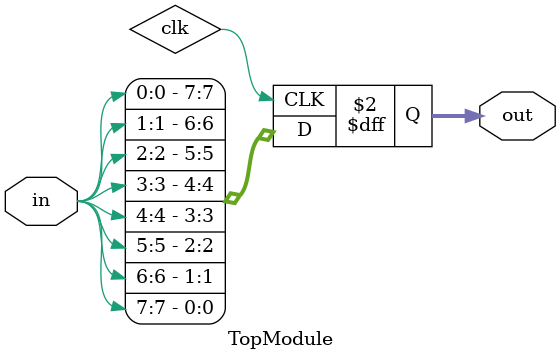
<source format=sv>

module TopModule (
  input [7:0] in,
  output [7:0] out
);
always @(posedge clk) begin
  out <= {in[0], in[1], in[2], in[3], in[4], in[5], in[6], in[7]};
end

// For syntax error at Prob006_vectorr_ref.sv:11, you need to check the corresponding code file and make necessary adjustments if required.
endmodule

</source>
